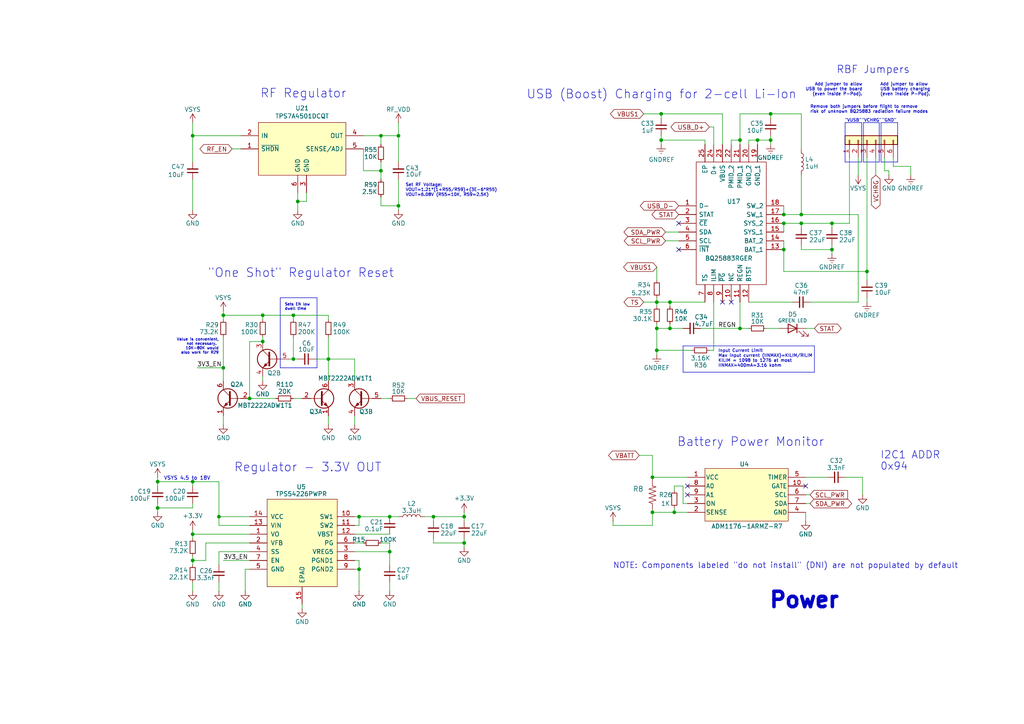
<source format=kicad_sch>
(kicad_sch (version 20231120) (generator "eeschema") (generator_version "8.0")
  (paper "A4")
  (title_block (title "Mainboard") (date "2024-06-16") (rev "v1.1") (company "Argus-1") (comment 1 "M. Holliday") (comment 2 "N. Khera"))
  (lib_symbols
    (symbol "Connector_Generic:Conn_01x06" (pin_names (offset 1.016) hide)
      (property "Reference" "J" (at 0 7.62 0))
      (property "Value" "Conn_01x06" (at 0 -10.16 0))
      (symbol "Conn_01x06_1_1"
        (pin passive line (at -5.08 5.08 0) (length 3.81) (name "Pin_1") (number "1"))
        (pin passive line (at -5.08 2.54 0) (length 3.81) (name "Pin_2") (number "2"))
        (pin passive line (at -5.08 0 0) (length 3.81) (name "Pin_3") (number "3"))
        (pin passive line (at -5.08 -2.54 0) (length 3.81) (name "Pin_4") (number "4"))
        (pin passive line (at -5.08 -5.08 0) (length 3.81) (name "Pin_5") (number "5"))
        (pin passive line (at -5.08 -7.62 0) (length 3.81) (name "Pin_6") (number "6"))
      )
    )
    (symbol "Device:C_Small" (pin_numbers hide) (pin_names (offset 0.254) hide)
      (property "Reference" "C" (at 0.254 1.778 0))
      (property "Value" "C_Small" (at 0.254 -2.032 0))
      (symbol "C_Small_1_1"
        (pin passive line (at 0 2.54 270) (length 2.032) (name "~") (number "1"))
        (pin passive line (at 0 -2.54 90) (length 2.032) (name "~") (number "2"))
      )
    )
    (symbol "Device:L" (pin_numbers hide) (pin_names (offset 1.016) hide)
      (property "Reference" "L" (at -1.27 0 90))
      (property "Value" "L" (at 1.905 0 90))
      (symbol "L_1_1"
        (pin passive line (at 0 3.81 270) (length 1.27) (name "1") (number "1"))
        (pin passive line (at 0 -3.81 90) (length 1.27) (name "2") (number "2"))
      )
    )
    (symbol "Device:LED" (pin_numbers hide) (pin_names (offset 1.016) hide)
      (property "Reference" "D" (at 0 2.54 0))
      (property "Value" "LED" (at 0 -2.54 0))
      (symbol "LED_1_1"
        (pin passive line (at -3.81 0 0) (length 2.54) (name "K") (number "1"))
        (pin passive line (at 3.81 0 180) (length 2.54) (name "A") (number "2"))
      )
    )
    (symbol "Device:R_Small" (pin_numbers hide) (pin_names (offset 0.254) hide)
      (property "Reference" "R" (at 0.762 0.508 0))
      (property "Value" "R_Small" (at 0.762 -1.016 0))
      (symbol "R_Small_1_1"
        (pin passive line (at 0 2.54 270) (length 0.762) (name "~") (number "1"))
        (pin passive line (at 0 -2.54 90) (length 0.762) (name "~") (number "2"))
      )
    )
    (symbol "NDS8434_1" (pin_names (offset 1.016))
      (symbol "NDS8434_1_0_0"
        (pin bidirectional line (at -12.7 7.62 0) (length 5.08) (name "Source") (number "1"))
        (pin bidirectional line (at -12.7 2.54 0) (length 5.08) (name "Source") (number "2"))
        (pin bidirectional line (at -12.7 -2.54 0) (length 5.08) (name "Source") (number "3"))
        (pin bidirectional line (at -12.7 -7.62 0) (length 5.08) (name "Gate") (number "4"))
        (pin bidirectional line (at 12.7 7.62 180) (length 5.08) (name "Drain") (number "5"))
        (pin bidirectional line (at 12.7 2.54 180) (length 5.08) (name "Drain") (number "6"))
        (pin bidirectional line (at 12.7 -7.62 180) (length 5.08) (name "Drain") (number "7"))
        (pin bidirectional line (at 12.7 -2.54 180) (length 5.08) (name "Drain") (number "8"))
      )
    )
    (symbol "Transistor_BJT:MBT2222ADW1T1" (pin_names (offset 0) hide)
      (property "Reference" "Q" (at 5.08 1.27 0))
      (property "Value" "MBT2222ADW1T1" (at 5.08 -1.27 0))
      (symbol "MBT2222ADW1T1_1_1"
        (pin passive line (at 2.54 -5.08 90) (length 2.54) (name "E1") (number "1"))
        (pin input line (at -5.08 0 0) (length 2.54) (name "B1") (number "2"))
        (pin passive line (at 2.54 5.08 270) (length 2.54) (name "C1") (number "6"))
      )
      (symbol "MBT2222ADW1T1_2_1"
        (pin passive line (at 2.54 5.08 270) (length 2.54) (name "C2") (number "3"))
        (pin passive line (at 2.54 -5.08 90) (length 2.54) (name "E2") (number "4"))
        (pin input line (at -5.08 0 0) (length 2.54) (name "B2") (number "5"))
      )
    )
    (symbol "mainboard:ADM1176-1ARMZ-R7" (pin_names (offset 0.254))
      (property "Reference" "U4" (at 0 10.16 0))
      (property "Value" "ADM1176-1ARMZ-R7" (at 0.762 -9.144 0))
      (symbol "ADM1176-1ARMZ-R7_1_0"
        (pin unspecified line (at -16.51 5.08 0) (length 5.08) (name "VCC") (number "1"))
        (pin unspecified line (at 17.78 2.54 180) (length 5.08) (name "GATE") (number "10"))
        (pin unspecified line (at -16.51 -5.08 0) (length 5.08) (name "SENSE") (number "2"))
        (pin unspecified line (at -16.51 -2.54 0) (length 5.08) (name "ON") (number "3"))
        (pin unspecified line (at 17.78 -5.08 180) (length 5.08) (name "GND") (number "4"))
        (pin unspecified line (at 17.78 5.08 180) (length 5.08) (name "TIMER") (number "5"))
        (pin unspecified line (at 17.78 0 180) (length 5.08) (name "SCL") (number "6"))
        (pin unspecified line (at 17.78 -2.54 180) (length 5.08) (name "SDA") (number "7"))
        (pin unspecified line (at -16.51 2.54 0) (length 5.08) (name "A0") (number "8"))
        (pin unspecified line (at -16.51 0 0) (length 5.08) (name "A1") (number "9"))
      )
    )
    (symbol "mainboard:BQ25883RGER" (pin_names (offset 0.762))
      (property "Reference" "IC" (at 26.67 17.78 0))
      (property "Value" "BQ25883RGER" (at 26.67 15.24 0))
      (symbol "BQ25883RGER_0_0"
        (pin bidirectional line (at 0 0 0) (length 5.08) (name "D-") (number "1"))
        (pin bidirectional line (at 15.24 -27.94 90) (length 5.08) (name "NC") (number "10"))
        (pin bidirectional line (at 17.78 -27.94 90) (length 5.08) (name "REGN") (number "11"))
        (pin bidirectional line (at 20.32 -27.94 90) (length 5.08) (name "BTST") (number "12"))
        (pin bidirectional line (at 30.48 -12.7 180) (length 5.08) (name "BAT_1") (number "13"))
        (pin bidirectional line (at 30.48 -10.16 180) (length 5.08) (name "BAT_2") (number "14"))
        (pin bidirectional line (at 30.48 -7.62 180) (length 5.08) (name "SYS_1") (number "15"))
        (pin bidirectional line (at 30.48 -5.08 180) (length 5.08) (name "SYS_2") (number "16"))
        (pin bidirectional line (at 30.48 -2.54 180) (length 5.08) (name "SW_1") (number "17"))
        (pin bidirectional line (at 30.48 0 180) (length 5.08) (name "SW_2") (number "18"))
        (pin bidirectional line (at 22.86 17.78 270) (length 5.08) (name "GND_1") (number "19"))
        (pin bidirectional line (at 0 -2.54 0) (length 5.08) (name "STAT") (number "2"))
        (pin bidirectional line (at 20.32 17.78 270) (length 5.08) (name "GND_2") (number "20"))
        (pin bidirectional line (at 17.78 17.78 270) (length 5.08) (name "PMID_1") (number "21"))
        (pin bidirectional line (at 15.24 17.78 270) (length 5.08) (name "PMID_2") (number "22"))
        (pin bidirectional line (at 12.7 17.78 270) (length 5.08) (name "VBUS") (number "23"))
        (pin bidirectional line (at 10.16 17.78 270) (length 5.08) (name "D+") (number "24"))
        (pin bidirectional line (at 7.62 17.78 270) (length 5.08) (name "EP") (number "25"))
        (pin bidirectional line (at 0 -5.08 0) (length 5.08) (name "~{CE}") (number "3"))
        (pin bidirectional line (at 0 -7.62 0) (length 5.08) (name "SDA") (number "4"))
        (pin bidirectional line (at 0 -10.16 0) (length 5.08) (name "SCL") (number "5"))
        (pin bidirectional line (at 0 -12.7 0) (length 5.08) (name "~{INT}") (number "6"))
        (pin bidirectional line (at 7.62 -27.94 90) (length 5.08) (name "TS") (number "7"))
        (pin bidirectional line (at 10.16 -27.94 90) (length 5.08) (name "ILIM") (number "8"))
        (pin bidirectional line (at 12.7 -27.94 90) (length 5.08) (name "~{PG}") (number "9"))
      )
    )
    (symbol "mainboard:R-US_R2512" (pin_names (offset 1.016))
      (property "Reference" "R" (at -3.81 1.4986 0))
      (property "Value" "R-US_R2512" (at -3.81 -3.302 0))
      (symbol "R-US_R2512_1_0"
        (pin passive line (at -5.08 0 0) (length 2.54) (name "1") (number "1"))
        (pin passive line (at 5.08 0 180) (length 2.54) (name "2") (number "2"))
      )
    )
    (symbol "mainboard:TPS54226PWPRPWP14_2P31X2P46-L" (pin_names (offset 1.016))
      (property "Reference" "U5" (at -10.414 13.462 0))
      (property "Value" "TPS54226PWPR" (at 16.002 -13.716 0))
      (symbol "TPS54226PWPRPWP14_2P31X2P46-L_1_0"
        (pin output line (at -15.24 2.54 0) (length 5.08) (name "VO") (number "1"))
        (pin passive line (at 15.24 7.62 180) (length 5.08) (name "SW1") (number "10"))
        (pin passive line (at 15.24 5.08 180) (length 5.08) (name "SW2") (number "11"))
        (pin input line (at 15.24 2.54 180) (length 5.08) (name "VBST") (number "12"))
        (pin input line (at -15.24 5.08 0) (length 5.08) (name "VIN") (number "13"))
        (pin input line (at -15.24 7.62 0) (length 5.08) (name "VCC") (number "14"))
        (pin passive line (at 0 -17.78 90) (length 5.08) (name "EPAD") (number "15"))
        (pin input line (at -15.24 0 0) (length 5.08) (name "VFB") (number "2"))
        (pin output line (at 15.24 -2.54 180) (length 5.08) (name "VREG5") (number "3"))
        (pin passive line (at -15.24 -2.54 0) (length 5.08) (name "SS") (number "4"))
        (pin power_in line (at -15.24 -7.62 0) (length 5.08) (name "GND") (number "5"))
        (pin output line (at 15.24 0 180) (length 5.08) (name "PG") (number "6"))
        (pin input line (at -15.24 -5.08 0) (length 5.08) (name "EN") (number "7"))
        (pin power_in line (at 15.24 -5.08 180) (length 5.08) (name "PGND1") (number "8"))
        (pin power_in line (at 15.24 -7.62 180) (length 5.08) (name "PGND2") (number "9"))
      )
    )
    (symbol "mainboard:TPS7A4501DCQT" (pin_names (offset 0.762))
      (property "Reference" "U21" (at 0 11.811 0))
      (property "Value" "TPS7A4501DCQT" (at 0 9.4996 0))
      (symbol "TPS7A4501DCQT_0_0"
        (pin passive line (at -17.78 0 0) (length 5.08) (name "~{SHDN}") (number "1"))
        (pin input line (at -17.78 3.81 0) (length 5.08) (name "IN") (number "2"))
        (pin output line (at 17.78 3.81 180) (length 5.08) (name "OUT") (number "4"))
        (pin passive line (at 17.78 0 180) (length 5.08) (name "SENSE/ADJ") (number "5"))
      )
      (symbol "TPS7A4501DCQT_1_0"
        (pin power_in line (at 1.27 -12.7 90) (length 5.08) (name "GND") (number "3"))
        (pin power_in line (at -1.27 -12.7 90) (length 5.08) (name "GND") (number "6"))
      )
    )
    (symbol "power:+3.3V" (power) (pin_numbers hide) (pin_names (offset 0) hide)
      (property "Value" "+3.3V" (at 0 3.556 0))
      (symbol "+3.3V_1_1"
        (pin power_in line (at 0 0 90) (length 0) (name "~") (number "1"))
      )
    )
    (symbol "power:+BATT" (power) (pin_numbers hide) (pin_names (offset 0) hide)
      (property "Value" "+BATT" (at 0 3.556 0))
      (symbol "+BATT_1_1"
        (pin power_in line (at 0 0 90) (length 0) (name "~") (number "1"))
      )
    )
    (symbol "power:GND" (power) (pin_numbers hide) (pin_names (offset 0) hide)
      (property "Value" "GND" (at 0 -3.81 0))
      (symbol "GND_1_1"
        (pin power_in line (at 0 0 270) (length 0) (name "~") (number "1"))
      )
    )
    (symbol "power:GNDREF" (power) (pin_names (offset 0))
      (property "Value" "GNDREF" (at 0 -3.81 0))
      (symbol "GNDREF_1_1"
        (pin power_in line (at 0 0 270) (length 0) hide (name "GNDREF") (number "1"))
      )
    )
  )
  (junction (at 115.57 59.69))
  (junction (at 110.49 49.53))
  (junction (at 85.09 91.44))
  (junction (at 55.88 162.56))
  (junction (at 76.2 99.06))
  (junction (at 64.77 91.44))
  (junction (at 104.14 165.1))
  (junction (at 190.5 95.25))
  (junction (at 190.5 87.63))
  (junction (at 76.2 91.44))
  (junction (at 55.88 39.37))
  (junction (at 227.33 64.77))
  (junction (at 113.03 149.86))
  (junction (at 190.5 101.6))
  (junction (at 251.46 78.74))
  (junction (at 45.72 147.32))
  (junction (at 95.25 104.14))
  (junction (at 110.49 39.37))
  (junction (at 241.3 64.77))
  (junction (at 232.41 64.77))
  (junction (at 195.58 148.59))
  (junction (at 55.88 154.94))
  (junction (at 194.31 87.63))
  (junction (at 85.09 104.14))
  (junction (at 134.62 149.86))
  (junction (at 104.14 149.86))
  (junction (at 134.62 157.48))
  (junction (at 189.23 138.43))
  (junction (at 227.33 62.23))
  (junction (at 227.33 72.39))
  (junction (at 64.77 106.68))
  (junction (at 223.52 40.64))
  (junction (at 189.23 148.59))
  (junction (at 194.31 95.25))
  (junction (at 86.36 58.42))
  (junction (at 55.88 139.7))
  (junction (at 214.63 40.64))
  (junction (at 125.73 149.86))
  (junction (at 219.71 40.64))
  (junction (at 223.52 33.02))
  (junction (at 115.57 39.37))
  (junction (at 191.77 40.64))
  (junction (at 72.39 115.57))
  (junction (at 232.41 62.23))
  (junction (at 63.5 149.86))
  (junction (at 45.72 139.7))
  (junction (at 241.3 72.39))
  (junction (at 113.03 160.02))
  (junction (at 214.63 95.25))
  (junction (at 191.77 33.02))
  (no_connect (at 196.85 64.77))
  (no_connect (at 199.39 140.97))
  (no_connect (at 212.09 87.63))
  (no_connect (at 209.55 87.63))
  (no_connect (at 196.85 72.39))
  (no_connect (at 233.68 140.97))
  (no_connect (at 199.39 143.51))
  (wire (pts (xy 76.2 91.44) (xy 76.2 92.71)))
  (wire (pts (xy 59.69 157.48) (xy 59.69 162.56)))
  (wire (pts (xy 69.85 39.37) (xy 55.88 39.37)))
  (wire (pts (xy 189.23 148.59) (xy 195.58 148.59)))
  (wire (pts (xy 95.25 97.79) (xy 95.25 104.14)))
  (wire (pts (xy 102.87 104.14) (xy 95.25 104.14)))
  (wire (pts (xy 191.77 40.64) (xy 191.77 41.91)))
  (wire (pts (xy 72.39 115.57) (xy 80.01 115.57)))
  (wire (pts (xy 186.69 87.63) (xy 190.5 87.63)))
  (wire (pts (xy 209.55 33.02) (xy 191.77 33.02)))
  (wire (pts (xy 250.19 138.43) (xy 250.19 143.51)))
  (wire (pts (xy 86.36 104.14) (xy 85.09 104.14)))
  (wire (pts (xy 190.5 95.25) (xy 190.5 101.6)))
  (wire (pts (xy 45.72 139.7) (xy 55.88 139.7)))
  (wire (pts (xy 125.73 156.21) (xy 125.73 157.48)))
  (wire (pts (xy 219.71 40.64) (xy 223.52 40.64)))
  (wire (pts (xy 86.36 58.42) (xy 86.36 55.88)))
  (wire (pts (xy 256.54 49.53) (xy 257.81 49.53)))
  (wire (pts (xy 88.9 55.88) (xy 88.9 58.42)))
  (wire (pts (xy 134.62 157.48) (xy 134.62 156.21)))
  (wire (pts (xy 264.16 48.26) (xy 264.16 50.8)))
  (wire (pts (xy 76.2 109.22) (xy 76.2 110.49)))
  (wire (pts (xy 227.33 59.69) (xy 227.33 62.23)))
  (wire (pts (xy 134.62 158.75) (xy 134.62 157.48)))
  (polyline (pts (xy 249.936 35.56) (xy 245.11 35.56)))
  (wire (pts (xy 233.68 151.13) (xy 233.68 148.59)))
  (polyline (pts (xy 245.11 35.56) (xy 245.11 46.99)))
  (wire (pts (xy 191.77 40.64) (xy 204.47 40.64)))
  (wire (pts (xy 125.73 149.86) (xy 123.19 149.86)))
  (wire (pts (xy 223.52 34.29) (xy 223.52 33.02)))
  (wire (pts (xy 45.72 138.43) (xy 45.72 139.7)))
  (wire (pts (xy 134.62 151.13) (xy 134.62 149.86)))
  (wire (pts (xy 55.88 153.67) (xy 55.88 154.94)))
  (wire (pts (xy 191.77 39.37) (xy 191.77 40.64)))
  (wire (pts (xy 76.2 91.44) (xy 85.09 91.44)))
  (wire (pts (xy 217.17 40.64) (xy 217.17 41.91)))
  (wire (pts (xy 223.52 33.02) (xy 214.63 33.02)))
  (wire (pts (xy 241.3 73.66) (xy 241.3 72.39)))
  (wire (pts (xy 63.5 152.4) (xy 63.5 149.86)))
  (wire (pts (xy 256.54 45.72) (xy 256.54 49.53)))
  (wire (pts (xy 104.14 149.86) (xy 104.14 152.4)))
  (wire (pts (xy 72.39 99.06) (xy 76.2 99.06)))
  (wire (pts (xy 190.5 101.6) (xy 200.66 101.6)))
  (wire (pts (xy 55.88 46.99) (xy 55.88 39.37)))
  (wire (pts (xy 241.3 72.39) (xy 241.3 71.12)))
  (polyline (pts (xy 91.948 106.68) (xy 91.948 86.36)))
  (wire (pts (xy 59.69 162.56) (xy 55.88 162.56)))
  (wire (pts (xy 76.2 97.79) (xy 76.2 99.06)))
  (wire (pts (xy 177.8 152.4) (xy 189.23 152.4)))
  (wire (pts (xy 55.88 52.07) (xy 55.88 60.96)))
  (wire (pts (xy 64.77 162.56) (xy 72.39 162.56)))
  (polyline (pts (xy 250.444 46.99) (xy 250.444 35.56)))
  (wire (pts (xy 251.46 45.72) (xy 251.46 78.74)))
  (wire (pts (xy 110.49 49.53) (xy 110.49 52.07)))
  (wire (pts (xy 212.09 40.64) (xy 214.63 40.64)))
  (wire (pts (xy 88.9 58.42) (xy 86.36 58.42)))
  (polyline (pts (xy 91.948 86.36) (xy 81.28 86.36)))
  (wire (pts (xy 115.57 59.69) (xy 110.49 59.69)))
  (polyline (pts (xy 198.12 107.95) (xy 236.22 107.95)))
  (wire (pts (xy 190.5 87.63) (xy 194.31 87.63)))
  (wire (pts (xy 212.09 40.64) (xy 212.09 41.91)))
  (wire (pts (xy 115.57 39.37) (xy 110.49 39.37)))
  (wire (pts (xy 227.33 69.85) (xy 227.33 72.39)))
  (wire (pts (xy 194.31 95.25) (xy 198.12 95.25)))
  (wire (pts (xy 191.77 33.02) (xy 186.69 33.02)))
  (wire (pts (xy 241.3 64.77) (xy 241.3 66.04)))
  (wire (pts (xy 45.72 147.32) (xy 45.72 148.59)))
  (wire (pts (xy 203.2 95.25) (xy 214.63 95.25)))
  (wire (pts (xy 64.77 123.19) (xy 64.77 120.65)))
  (wire (pts (xy 125.73 151.13) (xy 125.73 149.86)))
  (wire (pts (xy 71.12 165.1) (xy 71.12 171.45)))
  (wire (pts (xy 194.31 87.63) (xy 194.31 88.9)))
  (wire (pts (xy 115.57 149.86) (xy 113.03 149.86)))
  (wire (pts (xy 194.31 87.63) (xy 204.47 87.63)))
  (wire (pts (xy 102.87 110.49) (xy 102.87 104.14)))
  (wire (pts (xy 87.63 176.53) (xy 87.63 175.26)))
  (wire (pts (xy 55.88 147.32) (xy 55.88 146.05)))
  (wire (pts (xy 64.77 97.79) (xy 64.77 106.68)))
  (wire (pts (xy 204.47 40.64) (xy 204.47 41.91)))
  (wire (pts (xy 254 50.8) (xy 254 45.72)))
  (wire (pts (xy 234.95 87.63) (xy 248.92 87.63)))
  (wire (pts (xy 233.68 95.25) (xy 236.22 95.25)))
  (wire (pts (xy 259.08 48.26) (xy 264.16 48.26)))
  (wire (pts (xy 118.11 115.57) (xy 120.65 115.57)))
  (wire (pts (xy 55.88 139.7) (xy 63.5 139.7)))
  (wire (pts (xy 222.25 95.25) (xy 226.06 95.25)))
  (wire (pts (xy 55.88 162.56) (xy 55.88 161.29)))
  (wire (pts (xy 134.62 148.59) (xy 134.62 149.86)))
  (polyline (pts (xy 245.11 46.99) (xy 249.936 46.99)))
  (wire (pts (xy 105.41 43.18) (xy 105.41 49.53)))
  (wire (pts (xy 250.19 138.43) (xy 245.11 138.43)))
  (wire (pts (xy 190.5 102.87) (xy 190.5 101.6)))
  (wire (pts (xy 86.36 60.96) (xy 86.36 58.42)))
  (wire (pts (xy 91.44 104.14) (xy 95.25 104.14)))
  (wire (pts (xy 45.72 147.32) (xy 55.88 147.32)))
  (wire (pts (xy 63.5 149.86) (xy 72.39 149.86)))
  (wire (pts (xy 102.87 149.86) (xy 104.14 149.86)))
  (wire (pts (xy 234.95 146.05) (xy 233.68 146.05)))
  (wire (pts (xy 198.12 146.05) (xy 198.12 140.97)))
  (wire (pts (xy 223.52 40.64) (xy 223.52 41.91)))
  (wire (pts (xy 259.08 45.72) (xy 259.08 48.26)))
  (wire (pts (xy 55.88 168.91) (xy 55.88 171.45)))
  (wire (pts (xy 55.88 162.56) (xy 55.88 163.83)))
  (wire (pts (xy 207.01 101.6) (xy 207.01 87.63)))
  (wire (pts (xy 115.57 52.07) (xy 115.57 59.69)))
  (wire (pts (xy 110.49 46.99) (xy 110.49 49.53)))
  (wire (pts (xy 104.14 162.56) (xy 104.14 165.1)))
  (polyline (pts (xy 255.524 35.56) (xy 255.524 46.99)))
  (wire (pts (xy 63.5 160.02) (xy 63.5 163.83)))
  (wire (pts (xy 104.14 165.1) (xy 104.14 171.45)))
  (wire (pts (xy 227.33 64.77) (xy 227.33 67.31)))
  (wire (pts (xy 217.17 40.64) (xy 219.71 40.64)))
  (wire (pts (xy 205.74 101.6) (xy 207.01 101.6)))
  (wire (pts (xy 232.41 50.8) (xy 232.41 62.23)))
  (wire (pts (xy 205.74 36.83) (xy 207.01 36.83)))
  (wire (pts (xy 45.72 139.7) (xy 45.72 140.97)))
  (polyline (pts (xy 260.35 35.56) (xy 255.524 35.56)))
  (polyline (pts (xy 255.016 46.99) (xy 250.444 46.99)))
  (wire (pts (xy 198.12 146.05) (xy 199.39 146.05)))
  (polyline (pts (xy 81.28 106.68) (xy 81.28 86.36)))
  (wire (pts (xy 234.95 143.51) (xy 233.68 143.51)))
  (wire (pts (xy 229.87 87.63) (xy 217.17 87.63)))
  (wire (pts (xy 85.09 115.57) (xy 87.63 115.57)))
  (wire (pts (xy 189.23 138.43) (xy 189.23 132.08)))
  (wire (pts (xy 196.85 69.85) (xy 193.04 69.85)))
  (wire (pts (xy 195.58 147.32) (xy 195.58 148.59)))
  (wire (pts (xy 196.85 67.31) (xy 193.04 67.31)))
  (wire (pts (xy 232.41 64.77) (xy 232.41 66.04)))
  (wire (pts (xy 102.87 162.56) (xy 104.14 162.56)))
  (wire (pts (xy 232.41 72.39) (xy 241.3 72.39)))
  (wire (pts (xy 63.5 139.7) (xy 63.5 149.86)))
  (wire (pts (xy 113.03 171.45) (xy 113.03 168.91)))
  (wire (pts (xy 63.5 168.91) (xy 63.5 171.45)))
  (polyline (pts (xy 198.12 100.33) (xy 198.12 107.95)))
  (wire (pts (xy 115.57 35.56) (xy 115.57 39.37)))
  (wire (pts (xy 190.5 86.36) (xy 190.5 87.63)))
  (wire (pts (xy 105.41 39.37) (xy 110.49 39.37)))
  (wire (pts (xy 115.57 60.96) (xy 115.57 59.69)))
  (wire (pts (xy 248.92 50.8) (xy 248.92 45.72)))
  (wire (pts (xy 64.77 106.68) (xy 64.77 110.49)))
  (wire (pts (xy 95.25 120.65) (xy 95.25 123.19)))
  (wire (pts (xy 113.03 157.48) (xy 113.03 160.02)))
  (wire (pts (xy 195.58 140.97) (xy 195.58 142.24)))
  (wire (pts (xy 110.49 57.15) (xy 110.49 59.69)))
  (polyline (pts (xy 260.35 46.99) (xy 260.35 35.56)))
  (wire (pts (xy 190.5 77.47) (xy 190.5 81.28)))
  (wire (pts (xy 72.39 165.1) (xy 71.12 165.1)))
  (wire (pts (xy 64.77 91.44) (xy 64.77 92.71)))
  (wire (pts (xy 85.09 91.44) (xy 95.25 91.44)))
  (wire (pts (xy 257.81 49.53) (xy 257.81 50.8)))
  (wire (pts (xy 110.49 115.57) (xy 113.03 115.57)))
  (wire (pts (xy 63.5 152.4) (xy 72.39 152.4)))
  (wire (pts (xy 113.03 160.02) (xy 113.03 163.83)))
  (polyline (pts (xy 250.444 35.56) (xy 255.016 35.56)))
  (wire (pts (xy 233.68 138.43) (xy 240.03 138.43)))
  (wire (pts (xy 102.87 160.02) (xy 113.03 160.02)))
  (wire (pts (xy 232.41 64.77) (xy 241.3 64.77)))
  (wire (pts (xy 185.42 132.08) (xy 189.23 132.08)))
  (wire (pts (xy 102.87 154.94) (xy 113.03 154.94)))
  (wire (pts (xy 95.25 91.44) (xy 95.25 92.71)))
  (wire (pts (xy 195.58 148.59) (xy 199.39 148.59)))
  (polyline (pts (xy 91.948 106.68) (xy 81.28 106.68)))
  (wire (pts (xy 189.23 148.59) (xy 189.23 152.4)))
  (wire (pts (xy 45.72 147.32) (xy 45.72 146.05)))
  (wire (pts (xy 83.82 104.14) (xy 85.09 104.14)))
  (polyline (pts (xy 249.936 46.99) (xy 249.936 35.56)))
  (polyline (pts (xy 236.22 100.33) (xy 198.12 100.33)))
  (wire (pts (xy 214.63 33.02) (xy 214.63 40.64)))
  (wire (pts (xy 102.87 165.1) (xy 104.14 165.1)))
  (wire (pts (xy 104.14 149.86) (xy 113.03 149.86)))
  (wire (pts (xy 64.77 90.17) (xy 64.77 91.44)))
  (wire (pts (xy 214.63 95.25) (xy 217.17 95.25)))
  (wire (pts (xy 232.41 64.77) (xy 227.33 64.77)))
  (wire (pts (xy 219.71 40.64) (xy 219.71 41.91)))
  (wire (pts (xy 110.49 49.53) (xy 105.41 49.53)))
  (wire (pts (xy 194.31 93.98) (xy 194.31 95.25)))
  (wire (pts (xy 227.33 62.23) (xy 232.41 62.23)))
  (wire (pts (xy 55.88 154.94) (xy 55.88 156.21)))
  (wire (pts (xy 232.41 43.18) (xy 232.41 33.02)))
  (wire (pts (xy 67.31 43.18) (xy 69.85 43.18)))
  (wire (pts (xy 57.15 106.68) (xy 64.77 106.68)))
  (wire (pts (xy 55.88 140.97) (xy 55.88 139.7)))
  (wire (pts (xy 110.49 39.37) (xy 110.49 41.91)))
  (wire (pts (xy 102.87 157.48) (xy 105.41 157.48)))
  (wire (pts (xy 248.92 62.23) (xy 248.92 87.63)))
  (wire (pts (xy 85.09 91.44) (xy 85.09 92.71)))
  (wire (pts (xy 55.88 35.56) (xy 55.88 39.37)))
  (wire (pts (xy 64.77 91.44) (xy 76.2 91.44)))
  (wire (pts (xy 55.88 154.94) (xy 72.39 154.94)))
  (wire (pts (xy 125.73 157.48) (xy 134.62 157.48)))
  (wire (pts (xy 63.5 160.02) (xy 72.39 160.02)))
  (wire (pts (xy 227.33 78.74) (xy 227.33 72.39)))
  (wire (pts (xy 232.41 72.39) (xy 232.41 71.12)))
  (wire (pts (xy 189.23 138.43) (xy 199.39 138.43)))
  (wire (pts (xy 232.41 62.23) (xy 248.92 62.23)))
  (wire (pts (xy 207.01 36.83) (xy 207.01 41.91)))
  (wire (pts (xy 251.46 87.63) (xy 251.46 86.36)))
  (wire (pts (xy 232.41 33.02) (xy 223.52 33.02)))
  (wire (pts (xy 198.12 140.97) (xy 195.58 140.97)))
  (wire (pts (xy 125.73 149.86) (xy 134.62 149.86)))
  (wire (pts (xy 95.25 110.49) (xy 95.25 104.14)))
  (wire (pts (xy 190.5 87.63) (xy 190.5 88.9)))
  (wire (pts (xy 102.87 120.65) (xy 102.87 123.19)))
  (wire (pts (xy 251.46 81.28) (xy 251.46 78.74)))
  (wire (pts (xy 214.63 40.64) (xy 214.63 41.91)))
  (wire (pts (xy 85.09 97.79) (xy 85.09 104.14)))
  (wire (pts (xy 223.52 39.37) (xy 223.52 40.64)))
  (wire (pts (xy 246.38 64.77) (xy 246.38 45.72)))
  (polyline (pts (xy 255.016 35.56) (xy 255.016 46.99)))
  (polyline (pts (xy 260.35 46.99) (xy 255.524 46.99)))
  (wire (pts (xy 59.69 157.48) (xy 72.39 157.48)))
  (wire (pts (xy 227.33 78.74) (xy 251.46 78.74)))
  (wire (pts (xy 72.39 115.57) (xy 72.39 99.06)))
  (wire (pts (xy 102.87 152.4) (xy 104.14 152.4)))
  (wire (pts (xy 110.49 157.48) (xy 113.03 157.48)))
  (wire (pts (xy 241.3 64.77) (xy 246.38 64.77)))
  (wire (pts (xy 115.57 46.99) (xy 115.57 39.37)))
  (wire (pts (xy 190.5 95.25) (xy 194.31 95.25)))
  (wire (pts (xy 190.5 93.98) (xy 190.5 95.25)))
  (wire (pts (xy 209.55 41.91) (xy 209.55 33.02)))
  (wire (pts (xy 214.63 87.63) (xy 214.63 95.25)))
  (wire (pts (xy 177.8 152.4) (xy 177.8 151.13)))
  (polyline (pts (xy 236.22 107.95) (xy 236.22 100.33)))
  (wire (pts (xy 191.77 34.29) (xy 191.77 33.02)))
  (text "\"VCHRG\"" (at 255.778 35.56 0) (effects (font (size 0.889 0.889)) (justify right bottom)))
  (text "RF Regulator" (at 75.438 28.702 0) (effects (font (size 2.54 2.54)) (justify left bottom)))
  (text "Sets EN low\ndwell time" (at 82.55 90.17 0) (effects (font (size 0.7874 0.7874)) (justify left bottom)))
  (text "Remove both jumpers before flight to remove\nrisk of unknown BQ25883 radiation failure modes\n" (at 234.95 33.02 0) (effects (font (size 0.889 0.889)) (justify left bottom)))
  (text "RBF Jumpers" (at 242.57 21.59 0) (effects (font (size 2.159 2.159)) (justify left bottom)))
  (text "Add jumper to allow\nUSB battery charging\n(even inside P-Pod).\n" (at 255.27 27.94 0) (effects (font (size 0.889 0.889)) (justify left bottom)))
  (text "\"One Shot\" Regulator Reset" (at 60.198 80.772 0) (effects (font (size 2.54 2.54)) (justify left bottom)))
  (text "I2C1 ADDR" (at 272.796 133.35 0) (effects (font (size 2.159 2.159)) (justify right bottom)))
  (text "Value is convenient,\nnot necessary. \n10K-80K would\nalso work for R29" (at 63.5 102.87 0) (effects (font (size 0.7874 0.7874)) (justify right bottom)))
  (text "Battery Power Monitor" (at 196.342 129.794 0) (effects (font (size 2.54 2.54)) (justify left bottom)))
  (text "USB (Boost) Charging for 2-cell Li-Ion" (at 152.654 28.956 0) (effects (font (size 2.54 2.54)) (justify left bottom)))
  (text "\"GND\"" (at 255.778 35.56 0) (effects (font (size 0.889 0.889)) (justify left bottom)))
  (text "VSYS 4.5 to 18V" (at 47.498 139.446 0) (effects (font (size 1.0668 1.0668)) (justify left bottom)))
  (text "Input Current Limit\nMax input current (IINMAX)=KILIM/RILIM\nKILIM = 1098 to 1276 at most\nIINMAX=400mA=3.16 kohm" (at 208.28 106.68 0) (effects (font (size 0.889 0.889)) (justify left bottom)))
  (text "\"VUSB\"" (at 249.936 35.56 0) (effects (font (size 0.889 0.889)) (justify right bottom)))
  (text "Power" (at 222.758 176.784 0) (effects (font (size 4.445 4.445) (thickness 1.016) (bold yes)) (justify left bottom)))
  (text "Set RF Voltage:\nVOUT=1.21*(1+R55/R59)+(3E-6*R55)\nVOUT=6.08V (R55=10K, R59=2.5K)\n" (at 117.602 57.15 0) (effects (font (size 0.889 0.889)) (justify left bottom)))
  (text "Regulator - 3.3V OUT" (at 67.818 137.16 0) (effects (font (size 2.54 2.54)) (justify left bottom)))
  (text "Add jumper to allow\nUSB to power the board\n(even inside P-Pod).\n" (at 250.19 27.94 0) (effects (font (size 0.889 0.889)) (justify right bottom)))
  (text "NOTE: Components labeled \"do not install\" (DNI) are not populated by default" (at 177.8 165.1 0) (effects (font (size 1.651 1.651)) (justify left bottom)))
  (text "0x94" (at 263.398 136.652 0) (effects (font (size 2.159 2.159)) (justify right bottom)))
  (label "3V3_EN" (at 57.15 106.68 0))
  (label "3V3_EN" (at 64.77 162.56 0))
  (label "REGN" (at 208.28 95.25 0))
  (global_label "RF_EN" (shape bidirectional) (at 67.31 43.18 180) (property "Intersheetrefs" "${INTERSHEET_REFS}" (effects (hide yes))))
  (global_label "VBATT" (shape bidirectional) (at 185.42 132.08 180) (property "Intersheetrefs" "${INTERSHEET_REFS}" (effects (hide yes))))
  (global_label "TS" (shape bidirectional) (at 186.69 87.63 180) (property "Intersheetrefs" "${INTERSHEET_REFS}" (effects (hide yes))))
  (global_label "VBUS1" (shape bidirectional) (at 190.5 77.47 180) (property "Intersheetrefs" "${INTERSHEET_REFS}" (effects (hide yes))))
  (global_label "SCL_PWR" (shape bidirectional) (at 193.04 69.85 180) (property "Intersheetrefs" "${INTERSHEET_REFS}" (effects (hide yes))))
  (global_label "VBUS_RESET" (shape input) (at 120.65 115.57 0) (property "Intersheetrefs" "${INTERSHEET_REFS}" (effects (hide yes))))
  (global_label "STAT" (shape bidirectional) (at 196.85 62.23 180) (property "Intersheetrefs" "${INTERSHEET_REFS}" (effects (hide yes))))
  (global_label "USB_D+" (shape bidirectional) (at 205.74 36.83 180) (property "Intersheetrefs" "${INTERSHEET_REFS}" (effects (hide yes))))
  (global_label "VBUS1" (shape bidirectional) (at 186.69 33.02 180) (property "Intersheetrefs" "${INTERSHEET_REFS}" (effects (hide yes))))
  (global_label "SCL_PWR" (shape input) (at 234.95 143.51 0) (property "Intersheetrefs" "${INTERSHEET_REFS}" (effects (hide yes))))
  (global_label "SDA_PWR" (shape bidirectional) (at 193.04 67.31 180) (property "Intersheetrefs" "${INTERSHEET_REFS}" (effects (hide yes))))
  (global_label "VCHRG" (shape bidirectional) (at 254 50.8 270) (property "Intersheetrefs" "${INTERSHEET_REFS}" (effects (hide yes))))
  (global_label "SDA_PWR" (shape bidirectional) (at 234.95 146.05 0) (property "Intersheetrefs" "${INTERSHEET_REFS}" (effects (hide yes))))
  (global_label "USB_D-" (shape bidirectional) (at 196.85 59.69 180) (property "Intersheetrefs" "${INTERSHEET_REFS}" (effects (hide yes))))
  (global_label "STAT" (shape bidirectional) (at 236.22 95.25 0) (property "Intersheetrefs" "${INTERSHEET_REFS}" (effects (hide yes))))
  (symbol (lib_id "Device:C_Small") (at 113.03 152.4 0) (unit 1)
    (property "Reference" "C21" (at 109.22 152.146 0) (effects (justify bottom)))
    (property "Value" "0.1uF" (at 108.458 153.416 0))
    (property "Footprint" "Capacitor_SMD:C_0603_1608Metric" (effects (hide yes)))
    (property "Description" "Unpolarized capacitor, small symbol" (effects (hide yes)))
  )
  (symbol (lib_id "Device:R_Small") (at 55.88 166.37 180) (unit 1)
    (property "Reference" "R14" (at 52.578 165.354 0))
    (property "Value" "22.1K" (at 51.816 167.386 0))
    (property "Footprint" "Resistor_SMD:R_0603_1608Metric" (effects (hide yes)))
    (property "Description" "Resistor, small symbol" (effects (hide yes)))
  )
  (symbol (lib_id "mainboard:R-US_R2512") (at 189.23 143.51 90) (unit 1)
    (property "Reference" "R8" (at 186.69 140.97 90) (effects (font (size 1.4986 1.4986)) (justify left bottom)))
    (property "Value" "?" (effects (hide yes)))
    (property "Footprint" "Resistor_SMD:R_2512_6332Metric" (effects (hide yes)))
    (property "Description" "0.1 1% 2W 2512" (effects (hide yes)))
  )
  (symbol (lib_id "Device:C_Small") (at 134.62 153.67 180) (unit 1)
    (property "Reference" "C17" (at 140.462 151.892 0) (effects (justify left bottom)))
    (property "Value" "22uF" (at 141.478 153.924 0) (effects (justify left bottom)))
    (property "Footprint" "Capacitor_SMD:C_0603_1608Metric" (effects (hide yes)))
    (property "Description" "Unpolarized capacitor, small symbol" (effects (hide yes)))
  )
  (symbol (lib_id "Device:R_Small") (at 107.95 157.48 270) (unit 1)
    (property "Reference" "R15" (at 102.108 157.226 90) (effects (justify left bottom)))
    (property "Value" "100K" (at 109.982 157.226 90) (effects (justify left bottom)))
    (property "Footprint" "Resistor_SMD:R_0603_1608Metric" (effects (hide yes)))
    (property "Description" "Resistor, small symbol" (effects (hide yes)))
  )
  (symbol (lib_id "Device:L") (at 119.38 149.86 90) (unit 1)
    (property "Reference" "L2" (at 119.38 146.05 90))
    (property "Value" "3.3uH" (at 119.38 148.082 90))
    (property "Footprint" "mainboard:L_2141" (effects (hide yes)))
    (property "Datasheet" "https://datasheet.lcsc.com/lcsc/2009171412_TAI-TECH-HPC5040NF-3R3MTH_C304367.pdf" (effects (hide yes)))
    (property "Description" "3.3uH Shielded Inductor" (effects (hide yes)))
    (property "Flight" "SPM5030T-3R3M-HZ" (effects (hide yes)))
    (property "Manufacturer_Name" "TAI-TECH" (effects (hide yes)))
    (property "Manufacturer_Part_Number" "HPC5040NF-3R3MTH" (effects (hide yes)))
    (property "Proto" "HPC5040NF-3R3MTH" (effects (hide yes)))
  )
  (symbol (lib_id "power:GNDREF") (at 223.52 41.91 0) (unit 1)
    (property "Reference" "#PWR0102" (effects (hide yes)))
    (property "Value" "GNDREF" (at 223.52 45.72 0))
  )
  (symbol (lib_id "power:GNDREF") (at 191.77 41.91 0) (unit 1)
    (property "Reference" "#PWR0103" (effects (hide yes)))
    (property "Value" "GNDREF" (at 191.897 46.3042 0))
  )
  (symbol (lib_id "Device:C_Small") (at 232.41 87.63 270) (unit 1)
    (property "Reference" "C36" (at 232.41 82.804 90))
    (property "Value" "47nF" (at 232.41 84.836 90))
    (property "Footprint" "Capacitor_SMD:C_0603_1608Metric" (effects (hide yes)))
    (property "Description" "47nF +-10% 50V X7R" (effects (hide yes)))
  )
  (symbol (lib_id "Device:C_Small") (at 232.41 68.58 180) (unit 1)
    (property "Reference" "C37" (at 238.506 67.564 0) (effects (justify left)))
    (property "Value" "22uF" (at 239.522 69.596 0) (effects (justify left)))
    (property "Footprint" "Capacitor_SMD:C_0603_1608Metric" (effects (hide yes)))
    (property "Description" "22uF +-20% 10V X5R" (effects (hide yes)))
  )
  (symbol (lib_id "power:GNDREF") (at 241.3 73.66 0) (unit 1)
    (property "Reference" "#PWR0104" (effects (hide yes)))
    (property "Value" "GNDREF" (at 241.3 77.47 0))
  )
  (symbol (lib_id "Device:C_Small") (at 251.46 83.82 180) (unit 1)
    (property "Reference" "C39" (at 257.556 82.804 0) (effects (justify left)))
    (property "Value" "10uF" (at 258.572 84.836 0) (effects (justify left)))
    (property "Footprint" "Capacitor_SMD:C_0603_1608Metric" (effects (hide yes)))
    (property "Description" "10uF +-20% 10V X5R" (effects (hide yes)))
  )
  (symbol (lib_id "power:GNDREF") (at 251.46 87.63 0) (unit 1)
    (property "Reference" "#PWR0105" (effects (hide yes)))
    (property "Value" "GNDREF" (at 251.46 91.44 0))
  )
  (symbol (lib_id "Device:R_Small") (at 219.71 95.25 270) (mirror x) (unit 1)
    (property "Reference" "R31" (at 219.71 91.44 90))
    (property "Value" "10K" (at 219.71 93.218 90))
    (property "Footprint" "Resistor_SMD:R_0603_1608Metric" (effects (hide yes)))
    (property "Description" "Resistor, small symbol" (effects (hide yes)))
  )
  (symbol (lib_id "Device:C_Small") (at 200.66 95.25 270) (unit 1)
    (property "Reference" "C34" (at 201.422 91.948 90) (effects (justify left)))
    (property "Value" "4.7uF" (at 201.422 93.98 90) (effects (justify left)))
    (property "Footprint" "Capacitor_SMD:C_0603_1608Metric" (effects (hide yes)))
    (property "Description" "4.7uF +-20% 10V X5R" (effects (hide yes)))
  )
  (symbol (lib_id "power:GNDREF") (at 190.5 102.87 0) (unit 1)
    (property "Reference" "#PWR0106" (effects (hide yes)))
    (property "Value" "GNDREF" (at 190.5 106.68 0))
  )
  (symbol (lib_id "Device:C_Small") (at 191.77 36.83 180) (unit 1)
    (property "Reference" "C33" (at 189.738 35.814 0) (effects (justify left)))
    (property "Value" "1uF" (at 189.738 37.846 0) (effects (justify left)))
    (property "Footprint" "Capacitor_SMD:C_0603_1608Metric" (effects (hide yes)))
    (property "Description" "1uF 0603 X7R" (effects (hide yes)))
  )
  (symbol (lib_id "Device:L") (at 232.41 46.99 0) (unit 1)
    (property "Reference" "L4" (at 234.696 46.228 0))
    (property "Value" "1uH" (at 235.458 48.26 0))
    (property "Footprint" "mainboard:L_2510" (effects (hide yes)))
    (property "Datasheet" "https://datasheet.lcsc.com/lcsc/1912111437_PSA-Prosperity-Dielectrics-MCS25GD-1R0MMP_C375955.pdf" (effects (hide yes)))
    (property "Description" "1uH Shielded Inductor" (effects (hide yes)))
    (property "Flight" "DFE252012F-1R0M" (effects (hide yes)))
    (property "Manufacturer_Name" "Prosperity Dielectrics" (effects (hide yes)))
    (property "Manufacturer_Part_Number" "MCS25GD-1R0MMP" (effects (hide yes)))
    (property "Proto" "MCS25GD-1R0MMP" (effects (hide yes)))
  )
  (symbol (lib_id "mainboard:ADM1176-1ARMZ-R7") (at 215.9 143.51 0) (unit 1)
    (property "Reference" "U4" (at 215.9 134.62 0))
    (property "Value" "ADM1176-1ARMZ-R7" (at 216.662 152.654 0))
    (property "Flight" "ADM1176-1ARMZ-R7" (effects (hide yes)))
    (property "Manufacturer_Name" "Analog Devices Inc." (effects (hide yes)))
    (property "Manufacturer_Part_Number" "ADM1176-1ARMZ-R7" (effects (hide yes)))
    (property "Proto" "ADM1176-1ARMZ-R7" (effects (hide yes)))
  )
  (symbol (lib_id "Device:C_Small") (at 223.52 36.83 180) (unit 1)
    (property "Reference" "C35" (at 221.488 35.814 0) (effects (justify left)))
    (property "Value" "10uF" (at 221.488 37.846 0) (effects (justify left)))
    (property "Footprint" "Capacitor_SMD:C_0603_1608Metric" (effects (hide yes)))
    (property "Description" "10uF +-20% 10V X5R" (effects (hide yes)))
  )
  (symbol (lib_id "Device:C_Small") (at 241.3 68.58 180) (unit 1)
    (property "Reference" "C38" (at 243.332 67.564 0) (effects (justify right)))
    (property "Value" "22uF" (at 243.332 69.596 0) (effects (justify right)))
    (property "Footprint" "Capacitor_SMD:C_0603_1608Metric" (effects (hide yes)))
    (property "Description" "22uF +-20% 10V X5R" (effects (hide yes)))
  )
  (symbol (lib_id "Device:R_Small") (at 190.5 83.82 0) (mirror y) (unit 1)
    (property "Reference" "R34" (at 188.7982 82.6516 0) (effects (justify left)))
    (property "Value" "5.23K" (at 188.7982 84.963 0) (effects (justify left)))
    (property "Footprint" "Resistor_SMD:R_0603_1608Metric" (effects (hide yes)))
    (property "Description" "Resistor, small symbol" (effects (hide yes)))
  )
  (symbol (lib_id "Device:R_Small") (at 190.5 91.44 0) (mirror x) (unit 1)
    (property "Reference" "R35" (at 189.23 90.424 0) (effects (justify right)))
    (property "Value" "30.1K" (at 189.23 92.456 0) (effects (justify right)))
    (property "Footprint" "Resistor_SMD:R_0603_1608Metric" (effects (hide yes)))
    (property "Description" "Resistor, small symbol" (effects (hide yes)))
  )
  (symbol (lib_id "Device:R_Small") (at 195.58 144.78 0) (mirror x) (unit 1)
    (property "Reference" "R26" (at 193.04 143.51 0))
    (property "Value" "1K" (at 193.04 146.05 0))
    (property "Footprint" "Resistor_SMD:R_0603_1608Metric" (effects (hide yes)))
    (property "Description" "Resistor, small symbol" (effects (hide yes)))
  )
  (symbol (lib_id "Device:C_Small") (at 242.57 138.43 270) (unit 1)
    (property "Reference" "C32" (at 242.57 133.604 90))
    (property "Value" "3.3nF" (at 242.57 135.6614 90))
    (property "Footprint" "Capacitor_SMD:C_0603_1608Metric" (effects (hide yes)))
    (property "Description" "3.3nF +-10% 100V X7R 0603" (effects (hide yes)))
  )
  (symbol (lib_id "mainboard:BQ25883RGER") (at 196.85 59.69 0) (unit 1)
    (property "Reference" "U17" (at 210.82 58.42 0) (effects (justify left)))
    (property "Value" "BQ25883RGER" (at 204.47 74.93 0) (effects (justify left)))
    (property "Footprint" "mainboard:QFN50P400X400X100-25N-D" (effects (hide yes)))
    (property "Datasheet" "http://www.ti.com/lit/ds/symlink/bq25883.pdf?HQS=TI-null-null-mousermode-df-pf-null-wwe&DCM=yes&ref_url=https%3A%2F%2Fwww.mouser.co.uk%2F" (effects (hide yes)))
    (property "Description" "Battery Charger - USB Power Delivery" (effects (hide yes)))
    (property "Flight" "BQ25883RGER" (effects (hide yes)))
    (property "Manufacturer_Name" "Texas Instruments" (effects (hide yes)))
    (property "Manufacturer_Part_Number" "BQ25883RGER" (effects (hide yes)))
    (property "Proto" "BQ25883RGER" (effects (hide yes)))
  )
  (symbol (lib_id "Device:R_Small") (at 203.2 101.6 90) (mirror x) (unit 1)
    (property "Reference" "R36" (at 203.2 105.918 90))
    (property "Value" "3.16K" (at 203.2 103.886 90))
    (property "Footprint" "Resistor_SMD:R_0603_1608Metric" (effects (hide yes)))
    (property "Description" "Resistor, small symbol" (effects (hide yes)))
  )
  (symbol (lib_id "Device:R_Small") (at 194.31 91.44 180) (unit 1)
    (property "Reference" "R46" (at 195.58 90.424 0) (effects (justify right)))
    (property "Value" "10K" (at 195.58 92.456 0) (effects (justify right)))
    (property "Footprint" "Resistor_SMD:R_0603_1608Metric" (effects (hide yes)))
    (property "Description" "Resistor, small symbol" (effects (hide yes)))
  )
  (symbol (lib_id "Device:LED") (at 229.87 95.25 0) (mirror y) (unit 1)
    (property "Reference" "D5" (at 229.87 91.186 0))
    (property "Value" "GREEN LED" (at 229.87 92.964 0) (effects (font (size 0.9906 0.9906))))
    (property "Footprint" "LED_SMD:LED_0603_1608Metric" (effects (hide yes)))
    (property "Datasheet" "https://optoelectronics.liteon.com/upload/download/DS22-2000-074/LTST-C190KGKT.PDF" (effects (hide yes)))
    (property "Description" "Green LED" (effects (hide yes)))
    (property "Flight" "LTST-C190KGKT" (effects (hide yes)))
    (property "Manufacturer_Name" "Lite-On Inc." (effects (hide yes)))
    (property "Manufacturer_Part_Number" "LTST-C190KGKT" (effects (hide yes)))
    (property "Proto" "LTST-C190KGKT" (effects (hide yes)))
  )
  (symbol (lib_id "Transistor_BJT:MBT2222ADW1T1") (at 92.71 115.57 0) (unit 1)
    (property "Reference" "Q3" (at 89.662 119.38 0) (effects (justify left)))
    (property "Value" "MBT2222ADW1T1" (at 92.202 109.728 0) (effects (justify left)))
    (property "Footprint" "Package_TO_SOT_SMD:SOT-363_SC-70-6" (effects (hide yes)))
    (property "Datasheet" "http://www.onsemi.com/pub_link/Collateral/MBT2222ADW1T1-D.PDF" (effects (hide yes)))
    (property "Description" "Dual NPN BJT - 2NPN" (effects (hide yes)))
    (property "Flight" "MBT2222ADW1T1G" (effects (hide yes)))
    (property "Manufacturer_Name" "ON Semiconductor" (effects (hide yes)))
    (property "Manufacturer_Part_Number" "MBT2222ADW1T1G" (effects (hide yes)))
    (property "Proto" "MBT2222ADW1T1G" (effects (hide yes)))
  )
  (symbol (lib_id "Transistor_BJT:MBT2222ADW1T1") (at 78.74 104.14 0) (mirror y) (unit 2)
    (property "Reference" "Q2" (at 81.534 108.204 0) (effects (justify left)))
    (property "Value" "MBT2222ADW1T1" (effects (hide yes)))
    (property "Footprint" "Package_TO_SOT_SMD:SOT-363_SC-70-6" (effects (hide yes)))
    (property "Datasheet" "http://www.onsemi.com/pub_link/Collateral/MBT2222ADW1T1-D.PDF" (effects (hide yes)))
    (property "Description" "Dual NPN BJT - 2NPN" (effects (hide yes)))
    (property "Flight" "MBT2222ADW1T1G" (effects (hide yes)))
    (property "Manufacturer_Name" "ON Semiconductor" (effects (hide yes)))
    (property "Manufacturer_Part_Number" "MBT2222ADW1T1G" (effects (hide yes)))
    (property "Proto" "MBT2222ADW1T1G" (effects (hide yes)))
  )
  (symbol (lib_id "Transistor_BJT:MBT2222ADW1T1") (at 67.31 115.57 0) (mirror y) (unit 1)
    (property "Reference" "Q2" (at 70.612 111.506 0) (effects (justify left)))
    (property "Value" "MBT2222ADW1T1" (at 84.836 117.602 0) (effects (justify left)))
    (property "Footprint" "Package_TO_SOT_SMD:SOT-363_SC-70-6" (effects (hide yes)))
    (property "Datasheet" "http://www.onsemi.com/pub_link/Collateral/MBT2222ADW1T1-D.PDF" (effects (hide yes)))
    (property "Description" "Dual NPN BJT - 2NPN" (effects (hide yes)))
    (property "Flight" "MBT2222ADW1T1G" (effects (hide yes)))
    (property "Manufacturer_Name" "ON Semiconductor" (effects (hide yes)))
    (property "Manufacturer_Part_Number" "MBT2222ADW1T1G" (effects (hide yes)))
    (property "Proto" "MBT2222ADW1T1G" (effects (hide yes)))
  )
  (symbol (lib_id "Transistor_BJT:MBT2222ADW1T1") (at 105.41 115.57 0) (mirror y) (unit 2)
    (property "Reference" "Q3" (at 108.204 119.38 0) (effects (justify left)))
    (property "Value" "MBT2222ADW1T1" (effects (hide yes)))
    (property "Footprint" "Package_TO_SOT_SMD:SOT-363_SC-70-6" (effects (hide yes)))
    (property "Datasheet" "http://www.onsemi.com/pub_link/Collateral/MBT2222ADW1T1-D.PDF" (effects (hide yes)))
    (property "Description" "Dual NPN BJT - 2NPN" (effects (hide yes)))
    (property "Flight" "MBT2222ADW1T1G" (effects (hide yes)))
    (property "Manufacturer_Name" "ON Semiconductor" (effects (hide yes)))
    (property "Manufacturer_Part_Number" "MBT2222ADW1T1G" (effects (hide yes)))
    (property "Proto" "MBT2222ADW1T1G" (effects (hide yes)))
  )
  (symbol (lib_id "Device:R_Small") (at 115.57 115.57 90) (mirror x) (unit 1)
    (property "Reference" "R52" (at 115.57 111.76 90))
    (property "Value" "10K" (at 115.57 113.538 90))
    (property "Footprint" "Resistor_SMD:R_0603_1608Metric" (effects (hide yes)))
    (property "Description" "Resistor, small symbol" (effects (hide yes)))
  )
  (symbol (lib_id "Device:R_Small") (at 95.25 95.25 0) (mirror y) (unit 1)
    (property "Reference" "R49" (at 96.52 94.234 0) (effects (justify right)))
    (property "Value" "100K" (at 96.52 96.266 0) (effects (justify right)))
    (property "Footprint" "Resistor_SMD:R_0603_1608Metric" (effects (hide yes)))
    (property "Description" "Resistor, small symbol" (effects (hide yes)))
  )
  (symbol (lib_id "Device:R_Small") (at 85.09 95.25 0) (mirror y) (unit 1)
    (property "Reference" "R47" (at 86.36 94.234 0) (effects (justify right)))
    (property "Value" "200K" (at 86.36 96.266 0) (effects (justify right)))
    (property "Footprint" "Resistor_SMD:R_0603_1608Metric" (effects (hide yes)))
    (property "Description" "Resistor, small symbol" (effects (hide yes)))
  )
  (symbol (lib_id "Device:R_Small") (at 76.2 95.25 0) (mirror y) (unit 1)
    (property "Reference" "R30" (at 74.93 94.234 0) (effects (justify left)))
    (property "Value" "100K" (at 74.93 96.266 0) (effects (justify left)))
    (property "Footprint" "Resistor_SMD:R_0603_1608Metric" (effects (hide yes)))
    (property "Description" "Resistor, small symbol" (effects (hide yes)))
  )
  (symbol (lib_id "Device:R_Small") (at 64.77 95.25 0) (mirror y) (unit 1)
    (property "Reference" "R29" (at 63.5 94.234 0) (effects (justify left)))
    (property "Value" "73.2K" (at 63.5 96.266 0) (effects (justify left)))
    (property "Footprint" "Resistor_SMD:R_0603_1608Metric" (effects (hide yes)))
    (property "Description" "Resistor, small symbol" (effects (hide yes)))
  )
  (symbol (lib_id "Device:C_Small") (at 45.72 143.51 0) (unit 1)
    (property "Reference" "C19" (at 39.878 143.256 0) (effects (justify left bottom)))
    (property "Value" "100uF" (at 37.592 145.288 0) (effects (justify left bottom)))
    (property "Footprint" "Capacitor_SMD:C_1210_3225Metric" (effects (hide yes)))
    (property "Description" "Unpolarized capacitor, small symbol" (effects (hide yes)))
  )
  (symbol (lib_id "Device:C_Small") (at 88.9 104.14 270) (unit 1)
    (property "Reference" "C6" (at 88.9 99.568 90))
    (property "Value" "10uF" (at 88.9 101.346 90))
    (property "Footprint" "Capacitor_SMD:C_0603_1608Metric" (effects (hide yes)))
    (property "Description" "10uF +-20% 10V X5R" (effects (hide yes)))
  )
  (symbol (lib_id "Connector_Generic:Conn_01x06") (at 251.46 40.64 90) (unit 1)
    (property "Reference" "J14" (effects (hide yes)))
    (property "Value" "Conn_01x06" (effects (hide yes)))
    (property "Footprint" "Connector_PinHeader_2.54mm:PinHeader_1x06_P2.54mm_Vertical" (effects (hide yes)))
    (property "Description" "6-pin Horizontal Header - 0.1in (2.54mm)" (effects (hide yes)))
    (property "DNI" "DNI" (effects (hide yes)))
  )
  (symbol (lib_id "power:GNDREF") (at 264.16 50.8 0) (unit 1)
    (property "Reference" "#PWR01" (effects (hide yes)))
    (property "Value" "GNDREF" (at 264.16 54.61 0))
  )
  (symbol (lib_id "Device:R_Small") (at 82.55 115.57 270) (mirror x) (unit 1)
    (property "Reference" "R110" (at 82.55 111.506 90))
    (property "Value" "20K" (at 82.55 113.538 90))
    (property "Footprint" "Resistor_SMD:R_0603_1608Metric" (effects (hide yes)))
    (property "Description" "Resistor, small symbol" (effects (hide yes)))
  )
  (symbol (lib_id "mainboard:TPS7A4501DCQT") (at 87.63 43.18 0) (unit 1)
    (property "Reference" "U21" (at 87.63 31.369 0))
    (property "Value" "TPS7A4501DCQT" (at 87.63 33.6804 0))
    (property "Flight" "TPS7A4501DCQT" (effects (hide yes)))
    (property "Manufacturer_Name" "Texas Instruments" (effects (hide yes)))
    (property "Manufacturer_Part_Number" "TPS7A4501DCQT" (effects (hide yes)))
    (property "Proto" "TPS7A4501DCQT" (effects (hide yes)))
  )
  (symbol (lib_id "Device:C_Small") (at 115.57 49.53 0) (mirror x) (unit 1)
    (property "Reference" "C43" (at 117.602 48.768 0) (effects (justify left)))
    (property "Value" "10uF" (at 117.602 50.546 0) (effects (justify left)))
    (property "Footprint" "Capacitor_SMD:C_0603_1608Metric" (effects (hide yes)))
    (property "Description" "10uF +-20% 10V X5R" (effects (hide yes)))
  )
  (symbol (lib_id "Device:R_Small") (at 110.49 44.45 0) (unit 1)
    (property "Reference" "R55" (at 109.474 43.434 0) (effects (justify right)))
    (property "Value" "10K" (at 109.474 45.466 0) (effects (justify right)))
    (property "Footprint" "Resistor_SMD:R_0603_1608Metric" (effects (hide yes)))
    (property "Description" "Resistor, small symbol" (effects (hide yes)))
  )
  (symbol (lib_id "Device:R_Small") (at 110.49 54.61 0) (unit 1)
    (property "Reference" "R59" (at 109.474 53.594 0) (effects (justify right)))
    (property "Value" "2.5K" (at 109.474 55.626 0) (effects (justify right)))
    (property "Footprint" "Resistor_SMD:R_0603_1608Metric" (effects (hide yes)))
    (property "Description" "Resistor, small symbol" (effects (hide yes)))
  )
  (symbol (lib_id "Device:R_Small") (at 55.88 158.75 180) (unit 1)
    (property "Reference" "R13" (at 52.578 157.734 0))
    (property "Value" "73.2K" (at 51.816 159.766 0))
    (property "Footprint" "Resistor_SMD:R_0603_1608Metric" (effects (hide yes)))
    (property "Description" "Resistor, small symbol" (effects (hide yes)))
  )
  (symbol (lib_id "Device:C_Small") (at 125.73 153.67 180) (unit 1)
    (property "Reference" "C18" (at 131.572 151.892 0) (effects (justify left bottom)))
    (property "Value" "22uF" (at 132.588 153.924 0) (effects (justify left bottom)))
    (property "Footprint" "Capacitor_SMD:C_0603_1608Metric" (effects (hide yes)))
    (property "Description" "Unpolarized capacitor, small symbol" (effects (hide yes)))
  )
  (symbol (lib_id "Device:C_Small") (at 55.88 143.51 0) (unit 1)
    (property "Reference" "C20" (at 50.038 143.256 0) (effects (justify left bottom)))
    (property "Value" "100uF" (at 47.752 145.288 0) (effects (justify left bottom)))
    (property "Footprint" "Capacitor_SMD:C_1210_3225Metric" (effects (hide yes)))
    (property "Description" "Unpolarized capacitor, small symbol" (effects (hide yes)))
  )
  (symbol (lib_id "power:GND") (at 233.68 151.13 0) (unit 1)
    (property "Reference" "#PWR040" (effects (hide yes)))
    (property "Value" "GND" (at 233.68 154.94 0))
    (property "Description" "Power symbol creates a global label with name \"GND\" , ground" (effects (hide yes)))
  )
  (symbol (lib_id "power:GND") (at 257.81 50.8 0) (unit 1)
    (property "Reference" "#PWR075" (effects (hide yes)))
    (property "Value" "GND" (at 257.81 54.61 0))
    (property "Description" "Power symbol creates a global label with name \"GND\" , ground" (effects (hide yes)))
  )
  (symbol (lib_id "power:GND") (at 55.88 60.96 0) (unit 1)
    (property "Reference" "#PWR060" (effects (hide yes)))
    (property "Value" "GND" (at 55.88 64.77 0))
    (property "Description" "Power symbol creates a global label with name \"GND\" , ground" (effects (hide yes)))
  )
  (symbol (lib_id "power:+3.3V") (at 134.62 148.59 0) (unit 1)
    (property "Reference" "#PWR066" (effects (hide yes)))
    (property "Value" "+3.3V" (at 134.62 144.526 0))
    (property "Description" "Power symbol creates a global label with name \"+3.3V\"" (effects (hide yes)))
  )
  (symbol (lib_id "power:+3.3V") (at 55.88 153.67 0) (unit 1)
    (property "Reference" "#PWR048" (effects (hide yes)))
    (property "Value" "+3.3V" (at 55.88 149.606 0))
    (property "Description" "Power symbol creates a global label with name \"+3.3V\"" (effects (hide yes)))
  )
  (symbol (lib_id "power:GND") (at 104.14 171.45 0) (unit 1)
    (property "Reference" "#PWR068" (effects (hide yes)))
    (property "Value" "GND" (at 104.14 175.26 0))
    (property "Description" "Power symbol creates a global label with name \"GND\" , ground" (effects (hide yes)))
  )
  (symbol (lib_id "power:GND") (at 250.19 143.51 0) (unit 1)
    (property "Reference" "#PWR043" (effects (hide yes)))
    (property "Value" "GND" (at 250.19 147.32 0))
    (property "Description" "Power symbol creates a global label with name \"GND\" , ground" (effects (hide yes)))
  )
  (symbol (lib_id "power:GND") (at 102.87 123.19 0) (unit 1)
    (property "Reference" "#PWR071" (effects (hide yes)))
    (property "Value" "GND" (at 102.87 127 0))
    (property "Description" "Power symbol creates a global label with name \"GND\" , ground" (effects (hide yes)))
  )
  (symbol (lib_id "power:+BATT") (at 64.77 90.17 0) (unit 1)
    (property "Reference" "#PWR070" (effects (hide yes)))
    (property "Value" "VSYS" (at 64.77 86.36 0))
    (property "Description" "Power symbol creates a global label with name \"+BATT\"" (effects (hide yes)))
  )
  (symbol (lib_id "Device:C_Small") (at 113.03 166.37 0) (unit 1)
    (property "Reference" "C27" (at 115.062 165.354 0) (effects (justify left)))
    (property "Value" "1uF" (at 115.062 167.386 0) (effects (justify left)))
    (property "Footprint" "Capacitor_SMD:C_0603_1608Metric" (effects (hide yes)))
    (property "Description" "Unpolarized capacitor, small symbol" (effects (hide yes)))
  )
  (symbol (lib_id "power:+3.3V") (at 115.57 35.56 0) (unit 1)
    (property "Reference" "#SUPPLY028" (effects (hide yes)))
    (property "Value" "RF_VDD" (at 115.57 31.75 0))
    (property "Description" "Power symbol creates a global label with name \"+3.3V\"" (effects (hide yes)))
  )
  (symbol (lib_id "Device:C_Small") (at 63.5 166.37 180) (unit 1)
    (property "Reference" "C26" (at 61.722 164.846 0) (effects (justify left bottom)))
    (property "Value" "3.3nF" (at 62.484 166.878 0) (effects (justify left bottom)))
    (property "Footprint" "Capacitor_SMD:C_0603_1608Metric" (effects (hide yes)))
    (property "Description" "Unpolarized capacitor, small symbol" (effects (hide yes)))
  )
  (symbol (lib_id "power:GND") (at 64.77 123.19 0) (unit 1)
    (property "Reference" "#PWR073" (effects (hide yes)))
    (property "Value" "GND" (at 64.77 127 0))
    (property "Description" "Power symbol creates a global label with name \"GND\" , ground" (effects (hide yes)))
  )
  (symbol (lib_id "power:GND") (at 134.62 158.75 0) (unit 1)
    (property "Reference" "#PWR067" (effects (hide yes)))
    (property "Value" "GND" (at 134.62 162.56 0))
    (property "Description" "Power symbol creates a global label with name \"GND\" , ground" (effects (hide yes)))
  )
  (symbol (lib_id "power:GND") (at 63.5 171.45 0) (unit 1)
    (property "Reference" "#PWR054" (effects (hide yes)))
    (property "Value" "GND" (at 63.5 175.26 0))
    (property "Description" "Power symbol creates a global label with name \"GND\" , ground" (effects (hide yes)))
  )
  (symbol (lib_id "power:+BATT") (at 248.92 50.8 180) (unit 1)
    (property "Reference" "#PWR076" (effects (hide yes)))
    (property "Value" "VSYS" (at 248.92 54.61 0))
    (property "Description" "Power symbol creates a global label with name \"+BATT\"" (effects (hide yes)))
  )
  (symbol (lib_id "power:GND") (at 86.36 60.96 0) (unit 1)
    (property "Reference" "#PWR061" (effects (hide yes)))
    (property "Value" "GND" (at 86.36 64.77 0))
    (property "Description" "Power symbol creates a global label with name \"GND\" , ground" (effects (hide yes)))
  )
  (symbol (lib_id "power:+BATT") (at 45.72 138.43 0) (unit 1)
    (property "Reference" "#PWR065" (effects (hide yes)))
    (property "Value" "VSYS" (at 45.72 134.62 0))
    (property "Description" "Power symbol creates a global label with name \"+BATT\"" (effects (hide yes)))
  )
  (symbol (lib_id "power:GND") (at 55.88 171.45 0) (unit 1)
    (property "Reference" "#PWR051" (effects (hide yes)))
    (property "Value" "GND" (at 55.88 175.26 0))
    (property "Description" "Power symbol creates a global label with name \"GND\" , ground" (effects (hide yes)))
  )
  (symbol (lib_id "power:+BATT") (at 55.88 35.56 0) (unit 1)
    (property "Reference" "#PWR059" (effects (hide yes)))
    (property "Value" "VSYS" (at 55.88 31.75 0))
    (property "Description" "Power symbol creates a global label with name \"+BATT\"" (effects (hide yes)))
  )
  (symbol (lib_id "power:GND") (at 95.25 123.19 0) (unit 1)
    (property "Reference" "#PWR074" (effects (hide yes)))
    (property "Value" "GND" (at 95.25 127 0))
    (property "Description" "Power symbol creates a global label with name \"GND\" , ground" (effects (hide yes)))
  )
  (symbol (lib_id "power:GND") (at 113.03 171.45 0) (unit 1)
    (property "Reference" "#PWR069" (effects (hide yes)))
    (property "Value" "GND" (at 113.03 175.26 0))
    (property "Description" "Power symbol creates a global label with name \"GND\" , ground" (effects (hide yes)))
  )
  (symbol (lib_id "power:GND") (at 87.63 176.53 0) (unit 1)
    (property "Reference" "#PWR064" (effects (hide yes)))
    (property "Value" "GND" (at 87.63 180.34 0))
    (property "Description" "Power symbol creates a global label with name \"GND\" , ground" (effects (hide yes)))
  )
  (symbol (lib_id "power:GND") (at 71.12 171.45 0) (unit 1)
    (property "Reference" "#PWR063" (effects (hide yes)))
    (property "Value" "GND" (at 71.12 175.26 0))
    (property "Description" "Power symbol creates a global label with name \"GND\" , ground" (effects (hide yes)))
  )
  (symbol (lib_id "power:GND") (at 45.72 148.59 0) (unit 1)
    (property "Reference" "#PWR045" (effects (hide yes)))
    (property "Value" "GND" (at 45.72 152.4 0))
    (property "Description" "Power symbol creates a global label with name \"GND\" , ground" (effects (hide yes)))
  )
  (symbol (lib_id "mainboard:TPS54226PWPRPWP14_2P31X2P46-L") (at 87.63 157.48 0) (unit 1)
    (property "Reference" "U5" (at 87.376 141.224 0))
    (property "Value" "TPS54226PWPR" (at 87.376 143.256 0))
    (property "Flight" "TPS54226PWPR" (effects (hide yes)))
    (property "Manufacturer_Name" "Texas Instruments" (effects (hide yes)))
    (property "Manufacturer_Part_Number" "TPS54226PWPR" (effects (hide yes)))
    (property "Proto" "TPS54226PWPR" (effects (hide yes)))
  )
  (symbol (lib_id "power:GND") (at 115.57 60.96 0) (unit 1)
    (property "Reference" "#PWR062" (effects (hide yes)))
    (property "Value" "GND" (at 115.57 64.77 0))
    (property "Description" "Power symbol creates a global label with name \"GND\" , ground" (effects (hide yes)))
  )
  (symbol (lib_id "power:GND") (at 76.2 110.49 0) (unit 1)
    (property "Reference" "#PWR072" (effects (hide yes)))
    (property "Value" "GND" (at 76.2 114.3 0))
    (property "Description" "Power symbol creates a global label with name \"GND\" , ground" (effects (hide yes)))
  )
  (symbol (lib_id "power:+BATT") (at 177.8 151.13 0) (unit 1)
    (property "Reference" "#PWR04" (effects (hide yes)))
    (property "Value" "VSYS" (at 177.8 147.32 0))
    (property "Description" "Power symbol creates a global label with name \"+BATT\"" (effects (hide yes)))
  )
  (symbol (lib_id "Device:C_Small") (at 55.88 49.53 180) (unit 1)
    (property "Reference" "C47" (at 53.5686 48.3616 0) (effects (justify left)))
    (property "Value" "10uF" (at 53.5686 50.673 0) (effects (justify left)))
    (property "Footprint" "Capacitor_SMD:C_0603_1608Metric" (effects (hide yes)))
    (property "Description" "10uF +-20% 10V X5R" (effects (hide yes)))
  )
)
</source>
